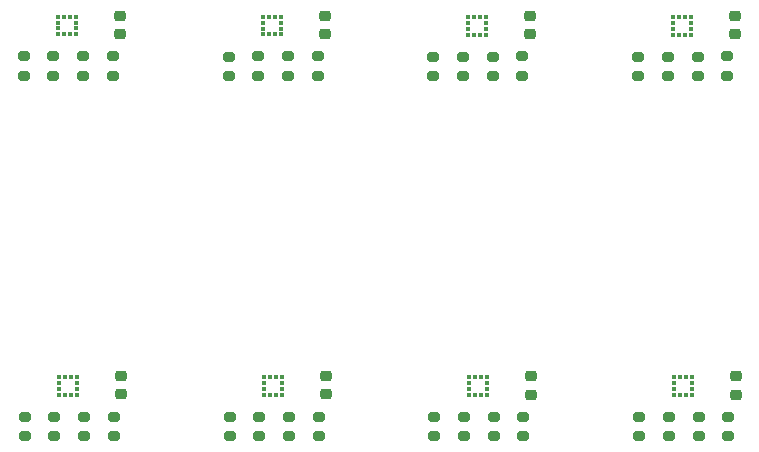
<source format=gbr>
%TF.GenerationSoftware,KiCad,Pcbnew,8.0.5*%
%TF.CreationDate,2024-10-22T20:22:57-07:00*%
%TF.ProjectId,door3_panel,646f6f72-335f-4706-916e-656c2e6b6963,rev?*%
%TF.SameCoordinates,Original*%
%TF.FileFunction,Paste,Top*%
%TF.FilePolarity,Positive*%
%FSLAX46Y46*%
G04 Gerber Fmt 4.6, Leading zero omitted, Abs format (unit mm)*
G04 Created by KiCad (PCBNEW 8.0.5) date 2024-10-22 20:22:57*
%MOMM*%
%LPD*%
G01*
G04 APERTURE LIST*
G04 Aperture macros list*
%AMRoundRect*
0 Rectangle with rounded corners*
0 $1 Rounding radius*
0 $2 $3 $4 $5 $6 $7 $8 $9 X,Y pos of 4 corners*
0 Add a 4 corners polygon primitive as box body*
4,1,4,$2,$3,$4,$5,$6,$7,$8,$9,$2,$3,0*
0 Add four circle primitives for the rounded corners*
1,1,$1+$1,$2,$3*
1,1,$1+$1,$4,$5*
1,1,$1+$1,$6,$7*
1,1,$1+$1,$8,$9*
0 Add four rect primitives between the rounded corners*
20,1,$1+$1,$2,$3,$4,$5,0*
20,1,$1+$1,$4,$5,$6,$7,0*
20,1,$1+$1,$6,$7,$8,$9,0*
20,1,$1+$1,$8,$9,$2,$3,0*%
G04 Aperture macros list end*
%ADD10RoundRect,0.200000X-0.275000X0.200000X-0.275000X-0.200000X0.275000X-0.200000X0.275000X0.200000X0*%
%ADD11RoundRect,0.225000X-0.250000X0.225000X-0.250000X-0.225000X0.250000X-0.225000X0.250000X0.225000X0*%
%ADD12R,0.376682X0.351536*%
%ADD13R,0.351536X0.376682*%
G04 APERTURE END LIST*
D10*
%TO.C,R4*%
X14574264Y-52914264D03*
X14574264Y-54564264D03*
%TD*%
D11*
%TO.C,C1*%
X22764264Y-49464265D03*
X22764264Y-51014265D03*
%TD*%
D10*
%TO.C,R3*%
X17064264Y-52904265D03*
X17064264Y-54554265D03*
%TD*%
D12*
%TO.C,U1*%
X19014264Y-51044265D03*
X19014264Y-50544264D03*
X19014264Y-50044264D03*
X19014264Y-49544263D03*
D13*
X18514263Y-49544263D03*
X18014263Y-49544263D03*
D12*
X17514262Y-49544263D03*
X17514262Y-50044264D03*
X17514262Y-50544264D03*
X17514262Y-51044265D03*
D13*
X18014263Y-51044265D03*
X18514263Y-51044265D03*
%TD*%
D10*
%TO.C,R1*%
X19594264Y-52904265D03*
X19594264Y-54554265D03*
%TD*%
%TO.C,R3*%
X69094264Y-52924265D03*
X69094264Y-54574265D03*
%TD*%
%TO.C,R1*%
X54270000Y-52920000D03*
X54270000Y-54570000D03*
%TD*%
%TO.C,R3*%
X51740000Y-52920000D03*
X51740000Y-54570000D03*
%TD*%
D11*
%TO.C,C1*%
X74794264Y-49484265D03*
X74794264Y-51034265D03*
%TD*%
%TO.C,C1*%
X57440000Y-49480000D03*
X57440000Y-51030000D03*
%TD*%
D10*
%TO.C,R4*%
X49250000Y-52929999D03*
X49250000Y-54579999D03*
%TD*%
D12*
%TO.C,U1*%
X53690000Y-51060000D03*
X53690000Y-50559999D03*
X53690000Y-50059999D03*
X53690000Y-49559998D03*
D13*
X53189999Y-49559998D03*
X52689999Y-49559998D03*
D12*
X52189998Y-49559998D03*
X52189998Y-50059999D03*
X52189998Y-50559999D03*
X52189998Y-51060000D03*
D13*
X52689999Y-51060000D03*
X53189999Y-51060000D03*
%TD*%
D10*
%TO.C,R2*%
X56780000Y-52910000D03*
X56780000Y-54560000D03*
%TD*%
D12*
%TO.C,U1*%
X71044264Y-51064265D03*
X71044264Y-50564264D03*
X71044264Y-50064264D03*
X71044264Y-49564263D03*
D13*
X70544263Y-49564263D03*
X70044263Y-49564263D03*
D12*
X69544262Y-49564263D03*
X69544262Y-50064264D03*
X69544262Y-50564264D03*
X69544262Y-51064265D03*
D13*
X70044263Y-51064265D03*
X70544263Y-51064265D03*
%TD*%
D11*
%TO.C,C1*%
X40118528Y-49468530D03*
X40118528Y-51018530D03*
%TD*%
D10*
%TO.C,R3*%
X34418528Y-52908530D03*
X34418528Y-54558530D03*
%TD*%
%TO.C,R2*%
X39458528Y-52898530D03*
X39458528Y-54548530D03*
%TD*%
%TO.C,R1*%
X36948528Y-52908530D03*
X36948528Y-54558530D03*
%TD*%
%TO.C,R4*%
X31928528Y-52918529D03*
X31928528Y-54568529D03*
%TD*%
D12*
%TO.C,U1*%
X36368528Y-51048530D03*
X36368528Y-50548529D03*
X36368528Y-50048529D03*
X36368528Y-49548528D03*
D13*
X35868527Y-49548528D03*
X35368527Y-49548528D03*
D12*
X34868526Y-49548528D03*
X34868526Y-50048529D03*
X34868526Y-50548529D03*
X34868526Y-51048530D03*
D13*
X35368527Y-51048530D03*
X35868527Y-51048530D03*
%TD*%
D10*
%TO.C,R4*%
X66604264Y-52934264D03*
X66604264Y-54584264D03*
%TD*%
%TO.C,R1*%
X71624264Y-52924265D03*
X71624264Y-54574265D03*
%TD*%
%TO.C,R2*%
X74134264Y-52914265D03*
X74134264Y-54564265D03*
%TD*%
%TO.C,R2*%
X22104264Y-52894265D03*
X22104264Y-54544265D03*
%TD*%
%TO.C,R4*%
X49165736Y-24075734D03*
X49165736Y-22425734D03*
%TD*%
D11*
%TO.C,C1*%
X57355736Y-20525735D03*
X57355736Y-18975735D03*
%TD*%
D10*
%TO.C,R3*%
X51655736Y-24065735D03*
X51655736Y-22415735D03*
%TD*%
D13*
%TO.C,U1*%
X53105735Y-20555735D03*
X52605735Y-20555735D03*
D12*
X52105734Y-20555735D03*
X52105734Y-20055734D03*
X52105734Y-19555734D03*
X52105734Y-19055733D03*
D13*
X52605735Y-19055733D03*
X53105735Y-19055733D03*
D12*
X53605736Y-19055733D03*
X53605736Y-19555734D03*
X53605736Y-20055734D03*
X53605736Y-20555735D03*
%TD*%
D10*
%TO.C,R1*%
X54185736Y-24065735D03*
X54185736Y-22415735D03*
%TD*%
D11*
%TO.C,C1*%
X74710000Y-20530000D03*
X74710000Y-18980000D03*
%TD*%
D10*
%TO.C,R3*%
X69010000Y-24070000D03*
X69010000Y-22420000D03*
%TD*%
%TO.C,R2*%
X74050000Y-24060000D03*
X74050000Y-22410000D03*
%TD*%
%TO.C,R1*%
X71540000Y-24070000D03*
X71540000Y-22420000D03*
%TD*%
%TO.C,R4*%
X66520000Y-24079999D03*
X66520000Y-22429999D03*
%TD*%
D13*
%TO.C,U1*%
X70459999Y-20560000D03*
X69959999Y-20560000D03*
D12*
X69459998Y-20560000D03*
X69459998Y-20059999D03*
X69459998Y-19559999D03*
X69459998Y-19059998D03*
D13*
X69959999Y-19059998D03*
X70459999Y-19059998D03*
D12*
X70960000Y-19059998D03*
X70960000Y-19559999D03*
X70960000Y-20059999D03*
X70960000Y-20560000D03*
%TD*%
D10*
%TO.C,R2*%
X56695736Y-24055735D03*
X56695736Y-22405735D03*
%TD*%
%TO.C,R4*%
X31844264Y-24064264D03*
X31844264Y-22414264D03*
%TD*%
D11*
%TO.C,C1*%
X40034264Y-20514265D03*
X40034264Y-18964265D03*
%TD*%
D10*
%TO.C,R3*%
X34334264Y-24054265D03*
X34334264Y-22404265D03*
%TD*%
D13*
%TO.C,U1*%
X35784263Y-20544265D03*
X35284263Y-20544265D03*
D12*
X34784262Y-20544265D03*
X34784262Y-20044264D03*
X34784262Y-19544264D03*
X34784262Y-19044263D03*
D13*
X35284263Y-19044263D03*
X35784263Y-19044263D03*
D12*
X36284264Y-19044263D03*
X36284264Y-19544264D03*
X36284264Y-20044264D03*
X36284264Y-20544265D03*
%TD*%
D10*
%TO.C,R1*%
X36864264Y-24054265D03*
X36864264Y-22404265D03*
%TD*%
%TO.C,R2*%
X39374264Y-24044265D03*
X39374264Y-22394265D03*
%TD*%
%TO.C,R3*%
X16980000Y-24050000D03*
X16980000Y-22400000D03*
%TD*%
D11*
%TO.C,C1*%
X22680000Y-20510000D03*
X22680000Y-18960000D03*
%TD*%
D10*
%TO.C,R4*%
X14490000Y-24059999D03*
X14490000Y-22409999D03*
%TD*%
D13*
%TO.C,U1*%
X18429999Y-20540000D03*
X17929999Y-20540000D03*
D12*
X17429998Y-20540000D03*
X17429998Y-20039999D03*
X17429998Y-19539999D03*
X17429998Y-19039998D03*
D13*
X17929999Y-19039998D03*
X18429999Y-19039998D03*
D12*
X18930000Y-19039998D03*
X18930000Y-19539999D03*
X18930000Y-20039999D03*
X18930000Y-20540000D03*
%TD*%
D10*
%TO.C,R1*%
X19510000Y-24050000D03*
X19510000Y-22400000D03*
%TD*%
%TO.C,R2*%
X22020000Y-24040000D03*
X22020000Y-22390000D03*
%TD*%
M02*

</source>
